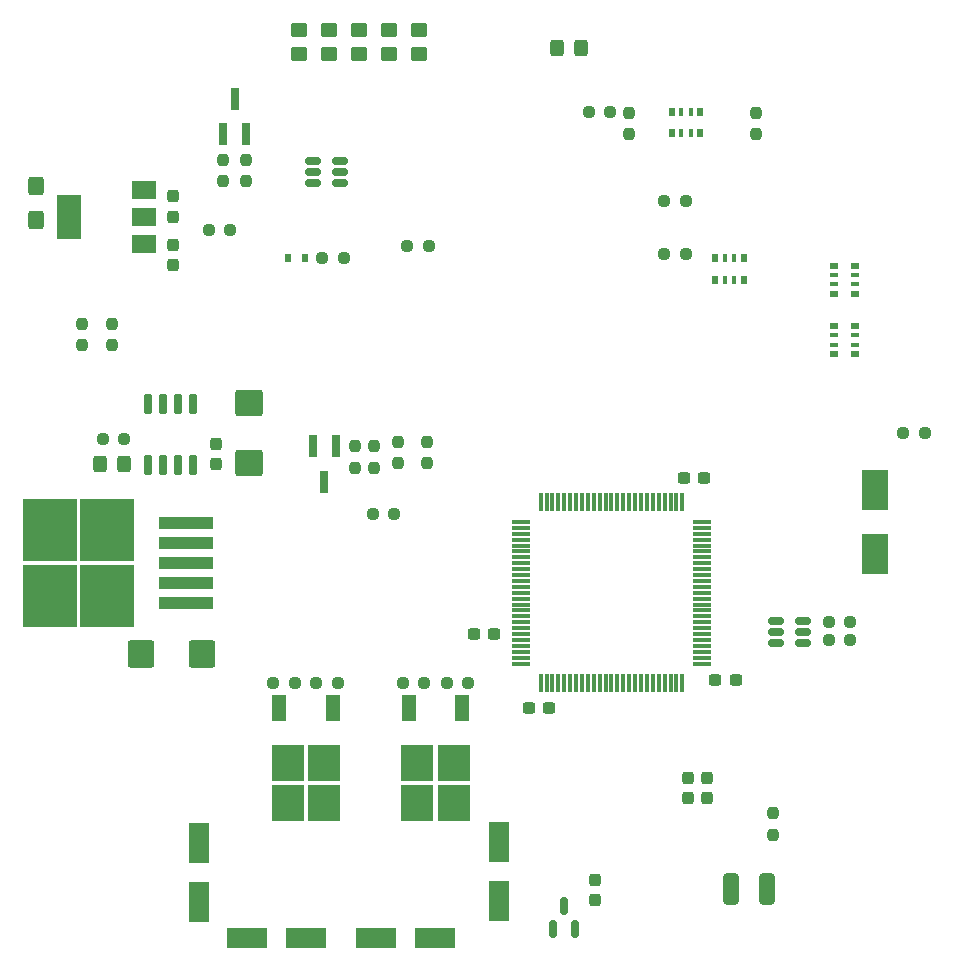
<source format=gbr>
%TF.GenerationSoftware,KiCad,Pcbnew,6.0.10*%
%TF.CreationDate,2023-01-12T12:24:56+03:00*%
%TF.ProjectId,nitrogen,6e697472-6f67-4656-9e2e-6b696361645f,rev?*%
%TF.SameCoordinates,Original*%
%TF.FileFunction,Paste,Bot*%
%TF.FilePolarity,Positive*%
%FSLAX46Y46*%
G04 Gerber Fmt 4.6, Leading zero omitted, Abs format (unit mm)*
G04 Created by KiCad (PCBNEW 6.0.10) date 2023-01-12 12:24:56*
%MOMM*%
%LPD*%
G01*
G04 APERTURE LIST*
G04 Aperture macros list*
%AMRoundRect*
0 Rectangle with rounded corners*
0 $1 Rounding radius*
0 $2 $3 $4 $5 $6 $7 $8 $9 X,Y pos of 4 corners*
0 Add a 4 corners polygon primitive as box body*
4,1,4,$2,$3,$4,$5,$6,$7,$8,$9,$2,$3,0*
0 Add four circle primitives for the rounded corners*
1,1,$1+$1,$2,$3*
1,1,$1+$1,$4,$5*
1,1,$1+$1,$6,$7*
1,1,$1+$1,$8,$9*
0 Add four rect primitives between the rounded corners*
20,1,$1+$1,$2,$3,$4,$5,0*
20,1,$1+$1,$4,$5,$6,$7,0*
20,1,$1+$1,$6,$7,$8,$9,0*
20,1,$1+$1,$8,$9,$2,$3,0*%
G04 Aperture macros list end*
%ADD10RoundRect,0.237500X0.250000X0.237500X-0.250000X0.237500X-0.250000X-0.237500X0.250000X-0.237500X0*%
%ADD11R,0.800000X1.900000*%
%ADD12RoundRect,0.237500X-0.250000X-0.237500X0.250000X-0.237500X0.250000X0.237500X-0.250000X0.237500X0*%
%ADD13RoundRect,0.237500X-0.237500X0.250000X-0.237500X-0.250000X0.237500X-0.250000X0.237500X0.250000X0*%
%ADD14RoundRect,0.237500X-0.237500X0.300000X-0.237500X-0.300000X0.237500X-0.300000X0.237500X0.300000X0*%
%ADD15RoundRect,0.237500X0.300000X0.237500X-0.300000X0.237500X-0.300000X-0.237500X0.300000X-0.237500X0*%
%ADD16RoundRect,0.075000X-0.725000X-0.075000X0.725000X-0.075000X0.725000X0.075000X-0.725000X0.075000X0*%
%ADD17RoundRect,0.075000X-0.075000X-0.725000X0.075000X-0.725000X0.075000X0.725000X-0.075000X0.725000X0*%
%ADD18RoundRect,0.250000X0.925000X-0.875000X0.925000X0.875000X-0.925000X0.875000X-0.925000X-0.875000X0*%
%ADD19RoundRect,0.237500X0.237500X-0.250000X0.237500X0.250000X-0.237500X0.250000X-0.237500X-0.250000X0*%
%ADD20R,1.800000X3.500000*%
%ADD21RoundRect,0.237500X0.237500X-0.300000X0.237500X0.300000X-0.237500X0.300000X-0.237500X-0.300000X0*%
%ADD22R,0.800000X0.500000*%
%ADD23R,0.800000X0.400000*%
%ADD24R,0.600000X0.700000*%
%ADD25R,2.000000X1.500000*%
%ADD26R,2.000000X3.800000*%
%ADD27RoundRect,0.250000X-0.450000X0.350000X-0.450000X-0.350000X0.450000X-0.350000X0.450000X0.350000X0*%
%ADD28R,3.500000X1.800000*%
%ADD29RoundRect,0.150000X0.150000X-0.587500X0.150000X0.587500X-0.150000X0.587500X-0.150000X-0.587500X0*%
%ADD30R,0.500000X0.800000*%
%ADD31R,0.400000X0.800000*%
%ADD32RoundRect,0.150000X0.150000X-0.725000X0.150000X0.725000X-0.150000X0.725000X-0.150000X-0.725000X0*%
%ADD33RoundRect,0.250000X0.875000X0.925000X-0.875000X0.925000X-0.875000X-0.925000X0.875000X-0.925000X0*%
%ADD34RoundRect,0.250000X0.400000X1.075000X-0.400000X1.075000X-0.400000X-1.075000X0.400000X-1.075000X0*%
%ADD35RoundRect,0.150000X0.512500X0.150000X-0.512500X0.150000X-0.512500X-0.150000X0.512500X-0.150000X0*%
%ADD36R,4.550000X5.250000*%
%ADD37R,4.600000X1.100000*%
%ADD38RoundRect,0.250000X-0.325000X-0.450000X0.325000X-0.450000X0.325000X0.450000X-0.325000X0.450000X0*%
%ADD39RoundRect,0.250000X0.325000X0.450000X-0.325000X0.450000X-0.325000X-0.450000X0.325000X-0.450000X0*%
%ADD40RoundRect,0.250000X0.425000X-0.537500X0.425000X0.537500X-0.425000X0.537500X-0.425000X-0.537500X0*%
%ADD41R,2.750000X3.050000*%
%ADD42R,1.200000X2.200000*%
%ADD43RoundRect,0.237500X-0.300000X-0.237500X0.300000X-0.237500X0.300000X0.237500X-0.300000X0.237500X0*%
%ADD44RoundRect,0.150000X-0.512500X-0.150000X0.512500X-0.150000X0.512500X0.150000X-0.512500X0.150000X0*%
%ADD45R,2.300000X3.500000*%
G04 APERTURE END LIST*
D10*
%TO.C,R8*%
X133551300Y-101600000D03*
X131726300Y-101600000D03*
%TD*%
D11*
%TO.C,Q9*%
X118450000Y-55200000D03*
X116550000Y-55200000D03*
X117500000Y-52200000D03*
%TD*%
D12*
%TO.C,R54*%
X124919100Y-65684400D03*
X126744100Y-65684400D03*
%TD*%
D13*
%TO.C,R44*%
X163100000Y-112661900D03*
X163100000Y-114486900D03*
%TD*%
D14*
%TO.C,C4*%
X147980400Y-118315400D03*
X147980400Y-120040400D03*
%TD*%
D15*
%TO.C,C7*%
X157275700Y-84277200D03*
X155550700Y-84277200D03*
%TD*%
D10*
%TO.C,R2*%
X122578500Y-101600000D03*
X120753500Y-101600000D03*
%TD*%
D16*
%TO.C,U4*%
X141725000Y-100000000D03*
X141725000Y-99500000D03*
X141725000Y-99000000D03*
X141725000Y-98500000D03*
X141725000Y-98000000D03*
X141725000Y-97500000D03*
X141725000Y-97000000D03*
X141725000Y-96500000D03*
X141725000Y-96000000D03*
X141725000Y-95500000D03*
X141725000Y-95000000D03*
X141725000Y-94500000D03*
X141725000Y-94000000D03*
X141725000Y-93500000D03*
X141725000Y-93000000D03*
X141725000Y-92500000D03*
X141725000Y-92000000D03*
X141725000Y-91500000D03*
X141725000Y-91000000D03*
X141725000Y-90500000D03*
X141725000Y-90000000D03*
X141725000Y-89500000D03*
X141725000Y-89000000D03*
X141725000Y-88500000D03*
X141725000Y-88000000D03*
D17*
X143400000Y-86325000D03*
X143900000Y-86325000D03*
X144400000Y-86325000D03*
X144900000Y-86325000D03*
X145400000Y-86325000D03*
X145900000Y-86325000D03*
X146400000Y-86325000D03*
X146900000Y-86325000D03*
X147400000Y-86325000D03*
X147900000Y-86325000D03*
X148400000Y-86325000D03*
X148900000Y-86325000D03*
X149400000Y-86325000D03*
X149900000Y-86325000D03*
X150400000Y-86325000D03*
X150900000Y-86325000D03*
X151400000Y-86325000D03*
X151900000Y-86325000D03*
X152400000Y-86325000D03*
X152900000Y-86325000D03*
X153400000Y-86325000D03*
X153900000Y-86325000D03*
X154400000Y-86325000D03*
X154900000Y-86325000D03*
X155400000Y-86325000D03*
D16*
X157075000Y-88000000D03*
X157075000Y-88500000D03*
X157075000Y-89000000D03*
X157075000Y-89500000D03*
X157075000Y-90000000D03*
X157075000Y-90500000D03*
X157075000Y-91000000D03*
X157075000Y-91500000D03*
X157075000Y-92000000D03*
X157075000Y-92500000D03*
X157075000Y-93000000D03*
X157075000Y-93500000D03*
X157075000Y-94000000D03*
X157075000Y-94500000D03*
X157075000Y-95000000D03*
X157075000Y-95500000D03*
X157075000Y-96000000D03*
X157075000Y-96500000D03*
X157075000Y-97000000D03*
X157075000Y-97500000D03*
X157075000Y-98000000D03*
X157075000Y-98500000D03*
X157075000Y-99000000D03*
X157075000Y-99500000D03*
X157075000Y-100000000D03*
D17*
X155400000Y-101675000D03*
X154900000Y-101675000D03*
X154400000Y-101675000D03*
X153900000Y-101675000D03*
X153400000Y-101675000D03*
X152900000Y-101675000D03*
X152400000Y-101675000D03*
X151900000Y-101675000D03*
X151400000Y-101675000D03*
X150900000Y-101675000D03*
X150400000Y-101675000D03*
X149900000Y-101675000D03*
X149400000Y-101675000D03*
X148900000Y-101675000D03*
X148400000Y-101675000D03*
X147900000Y-101675000D03*
X147400000Y-101675000D03*
X146900000Y-101675000D03*
X146400000Y-101675000D03*
X145900000Y-101675000D03*
X145400000Y-101675000D03*
X144900000Y-101675000D03*
X144400000Y-101675000D03*
X143900000Y-101675000D03*
X143400000Y-101675000D03*
%TD*%
D18*
%TO.C,C15*%
X118674000Y-83001000D03*
X118674000Y-77901000D03*
%TD*%
D19*
%TO.C,R22*%
X161645600Y-55166900D03*
X161645600Y-53341900D03*
%TD*%
D12*
%TO.C,R17*%
X115317900Y-63296800D03*
X117142900Y-63296800D03*
%TD*%
D20*
%TO.C,D2*%
X114500000Y-120200000D03*
X114500000Y-115200000D03*
%TD*%
D21*
%TO.C,C22*%
X112250000Y-62162500D03*
X112250000Y-60437500D03*
%TD*%
D10*
%TO.C,R38*%
X108156500Y-80959000D03*
X106331500Y-80959000D03*
%TD*%
D19*
%TO.C,R47*%
X104597200Y-73048500D03*
X104597200Y-71223500D03*
%TD*%
D10*
%TO.C,R26*%
X149312500Y-53300000D03*
X147487500Y-53300000D03*
%TD*%
D22*
%TO.C,RN3*%
X170000000Y-71400000D03*
D23*
X170000000Y-72200000D03*
X170000000Y-73000000D03*
D22*
X170000000Y-73800000D03*
X168200000Y-73800000D03*
D23*
X168200000Y-73000000D03*
X168200000Y-72200000D03*
D22*
X168200000Y-71400000D03*
%TD*%
D24*
%TO.C,D8*%
X123432800Y-65659000D03*
X122032800Y-65659000D03*
%TD*%
D12*
%TO.C,R3*%
X124411100Y-101600000D03*
X126236100Y-101600000D03*
%TD*%
%TO.C,R46*%
X153887500Y-65300000D03*
X155712500Y-65300000D03*
%TD*%
D25*
%TO.C,U8*%
X109800000Y-59900000D03*
X109800000Y-62200000D03*
D26*
X103500000Y-62200000D03*
D25*
X109800000Y-64500000D03*
%TD*%
D11*
%TO.C,Q6*%
X124150000Y-81600000D03*
X126050000Y-81600000D03*
X125100000Y-84600000D03*
%TD*%
D10*
%TO.C,R18*%
X169634700Y-96457200D03*
X167809700Y-96457200D03*
%TD*%
D27*
%TO.C,R35*%
X130556000Y-46371000D03*
X130556000Y-48371000D03*
%TD*%
%TO.C,R33*%
X128016000Y-46371000D03*
X128016000Y-48371000D03*
%TD*%
D28*
%TO.C,D1*%
X118500000Y-123250000D03*
X123500000Y-123250000D03*
%TD*%
D22*
%TO.C,RN5*%
X168200000Y-68700000D03*
D23*
X168200000Y-67900000D03*
X168200000Y-67100000D03*
D22*
X168200000Y-66300000D03*
X170000000Y-66300000D03*
D23*
X170000000Y-67100000D03*
X170000000Y-67900000D03*
D22*
X170000000Y-68700000D03*
%TD*%
D29*
%TO.C,D7*%
X146350000Y-122437500D03*
X144450000Y-122437500D03*
X145400000Y-120562500D03*
%TD*%
D12*
%TO.C,R9*%
X135434700Y-101600000D03*
X137259700Y-101600000D03*
%TD*%
D30*
%TO.C,RN1*%
X160600000Y-67500000D03*
D31*
X159800000Y-67500000D03*
X159000000Y-67500000D03*
D30*
X158200000Y-67500000D03*
X158200000Y-65700000D03*
D31*
X159000000Y-65700000D03*
X159800000Y-65700000D03*
D30*
X160600000Y-65700000D03*
%TD*%
D13*
%TO.C,R39*%
X116535200Y-57355100D03*
X116535200Y-59180100D03*
%TD*%
D15*
%TO.C,C10*%
X139462500Y-97500000D03*
X137737500Y-97500000D03*
%TD*%
D32*
%TO.C,Q8*%
X113975000Y-83153000D03*
X112705000Y-83153000D03*
X111435000Y-83153000D03*
X110165000Y-83153000D03*
X110165000Y-78003000D03*
X111435000Y-78003000D03*
X112705000Y-78003000D03*
X113975000Y-78003000D03*
%TD*%
D33*
%TO.C,C18*%
X114700000Y-99150000D03*
X109600000Y-99150000D03*
%TD*%
D10*
%TO.C,R27*%
X155700100Y-60858400D03*
X153875100Y-60858400D03*
%TD*%
D34*
%TO.C,R19*%
X162600000Y-119100000D03*
X159500000Y-119100000D03*
%TD*%
D19*
%TO.C,R43*%
X131318000Y-83054200D03*
X131318000Y-81229200D03*
%TD*%
D21*
%TO.C,C13*%
X155905200Y-111403300D03*
X155905200Y-109678300D03*
%TD*%
D35*
%TO.C,U2*%
X165621500Y-96370800D03*
X165621500Y-97320800D03*
X165621500Y-98270800D03*
X163346500Y-98270800D03*
X163346500Y-97320800D03*
X163346500Y-96370800D03*
%TD*%
D36*
%TO.C,U6*%
X106675000Y-94275000D03*
X101825000Y-94275000D03*
X106675000Y-88725000D03*
X101825000Y-88725000D03*
D37*
X113400000Y-88100000D03*
X113400000Y-89800000D03*
X113400000Y-91500000D03*
X113400000Y-93200000D03*
X113400000Y-94900000D03*
%TD*%
D28*
%TO.C,D3*%
X134500000Y-123200000D03*
X129500000Y-123200000D03*
%TD*%
D19*
%TO.C,R21*%
X150876000Y-55166900D03*
X150876000Y-53341900D03*
%TD*%
D13*
%TO.C,R10*%
X129300000Y-81587500D03*
X129300000Y-83412500D03*
%TD*%
D19*
%TO.C,R42*%
X133807200Y-83056100D03*
X133807200Y-81231100D03*
%TD*%
D14*
%TO.C,C20*%
X112250000Y-64537500D03*
X112250000Y-66262500D03*
%TD*%
D38*
%TO.C,D11*%
X106092000Y-83118000D03*
X108142000Y-83118000D03*
%TD*%
D39*
%TO.C,L2*%
X146825000Y-47900000D03*
X144775000Y-47900000D03*
%TD*%
D10*
%TO.C,R15*%
X169634700Y-98032000D03*
X167809700Y-98032000D03*
%TD*%
D40*
%TO.C,C21*%
X100650000Y-62475000D03*
X100650000Y-59600000D03*
%TD*%
D41*
%TO.C,Q4*%
X132975000Y-108425000D03*
X136025000Y-111775000D03*
X132975000Y-111775000D03*
X136025000Y-108425000D03*
D42*
X132220000Y-103800000D03*
X136780000Y-103800000D03*
%TD*%
D19*
%TO.C,R45*%
X107137200Y-73048500D03*
X107137200Y-71223500D03*
%TD*%
D41*
%TO.C,Q1*%
X121975000Y-111775000D03*
X125025000Y-111775000D03*
X125025000Y-108425000D03*
X121975000Y-108425000D03*
D42*
X121220000Y-103800000D03*
X125780000Y-103800000D03*
%TD*%
D12*
%TO.C,R20*%
X174087500Y-80500000D03*
X175912500Y-80500000D03*
%TD*%
D20*
%TO.C,D4*%
X139900000Y-120100000D03*
X139900000Y-115100000D03*
%TD*%
D43*
%TO.C,C11*%
X142393500Y-103759000D03*
X144118500Y-103759000D03*
%TD*%
%TO.C,C5*%
X158192300Y-101371400D03*
X159917300Y-101371400D03*
%TD*%
D10*
%TO.C,R40*%
X131012500Y-87300000D03*
X129187500Y-87300000D03*
%TD*%
D13*
%TO.C,R1*%
X118465600Y-57355100D03*
X118465600Y-59180100D03*
%TD*%
D44*
%TO.C,D9*%
X124162500Y-59350000D03*
X124162500Y-58400000D03*
X124162500Y-57450000D03*
X126437500Y-57450000D03*
X126437500Y-58400000D03*
X126437500Y-59350000D03*
%TD*%
D19*
%TO.C,R12*%
X127700000Y-83412500D03*
X127700000Y-81587500D03*
%TD*%
D30*
%TO.C,RN4*%
X156900000Y-55100000D03*
D31*
X156100000Y-55100000D03*
X155300000Y-55100000D03*
D30*
X154500000Y-55100000D03*
X154500000Y-53300000D03*
D31*
X155300000Y-53300000D03*
X156100000Y-53300000D03*
D30*
X156900000Y-53300000D03*
%TD*%
D10*
%TO.C,R16*%
X133908800Y-64668400D03*
X132083800Y-64668400D03*
%TD*%
D27*
%TO.C,R37*%
X133096000Y-46371000D03*
X133096000Y-48371000D03*
%TD*%
D21*
%TO.C,C14*%
X115880000Y-83091500D03*
X115880000Y-81366500D03*
%TD*%
D45*
%TO.C,D5*%
X171717500Y-85299000D03*
X171717500Y-90699000D03*
%TD*%
D27*
%TO.C,R29*%
X122936000Y-46371000D03*
X122936000Y-48371000D03*
%TD*%
D21*
%TO.C,C12*%
X157480000Y-111403300D03*
X157480000Y-109678300D03*
%TD*%
D27*
%TO.C,R31*%
X125476000Y-46371000D03*
X125476000Y-48371000D03*
%TD*%
M02*

</source>
